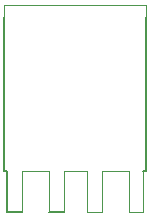
<source format=gm1>
G04 #@! TF.GenerationSoftware,KiCad,Pcbnew,5.0.2+dfsg1-1~bpo9+1*
G04 #@! TF.CreationDate,2019-08-23T02:39:36-04:00*
G04 #@! TF.ProjectId,gassensorholder,67617373-656e-4736-9f72-686f6c646572,rev?*
G04 #@! TF.SameCoordinates,Original*
G04 #@! TF.FileFunction,Profile,NP*
%FSLAX46Y46*%
G04 Gerber Fmt 4.6, Leading zero omitted, Abs format (unit mm)*
G04 Created by KiCad (PCBNEW 5.0.2+dfsg1-1~bpo9+1) date Fri 23 Aug 2019 02:39:36 AM EDT*
%MOMM*%
%LPD*%
G01*
G04 APERTURE LIST*
%ADD10C,0.010000*%
%ADD11C,0.152400*%
G04 APERTURE END LIST*
D10*
X110000000Y-61000000D02*
X110000000Y-62000000D01*
X122000000Y-61000000D02*
X110000000Y-61000000D01*
X122000000Y-62000000D02*
X122000000Y-61000000D01*
X115125000Y-75000000D02*
X115000000Y-75000000D01*
X111750000Y-75000000D02*
X111500000Y-75000000D01*
X113625000Y-75000000D02*
X113750000Y-75000000D01*
X116875000Y-75000000D02*
X117000000Y-75000000D01*
X120250000Y-75000000D02*
X118500000Y-75000000D01*
X118250000Y-75000000D02*
X118500000Y-75000000D01*
X118250000Y-78500000D02*
X118250000Y-75000000D01*
X117000000Y-78500000D02*
X118250000Y-78500000D01*
X117000000Y-75000000D02*
X117000000Y-78500000D01*
X115000000Y-78500000D02*
X115000000Y-75000000D01*
D11*
X113750000Y-78500000D02*
X115000000Y-78500000D01*
D10*
X113750000Y-75000000D02*
X113750000Y-78500000D01*
D11*
X111500000Y-78500000D02*
X110250000Y-78500000D01*
D10*
X111500000Y-78500000D02*
X111500000Y-75000000D01*
X120500000Y-75000000D02*
X120250000Y-75000000D01*
X120500000Y-78500000D02*
X120500000Y-75000000D01*
X121750000Y-78500000D02*
X120500000Y-78500000D01*
X121750000Y-77500000D02*
X121750000Y-78500000D01*
D11*
X110250000Y-77500000D02*
X110250000Y-78500000D01*
X122000000Y-62000000D02*
X122000000Y-75000000D01*
X110000000Y-62000000D02*
X110000000Y-75000000D01*
D10*
X113625000Y-75000000D02*
X111750000Y-75000000D01*
X116875000Y-75000000D02*
X115125000Y-75000000D01*
D11*
X121750000Y-75000000D02*
X122000000Y-75000000D01*
X110250000Y-75000000D02*
X110000000Y-75000000D01*
D10*
X121750000Y-75000000D02*
X121750000Y-77500000D01*
D11*
X110250000Y-75000000D02*
X110250000Y-77500000D01*
M02*

</source>
